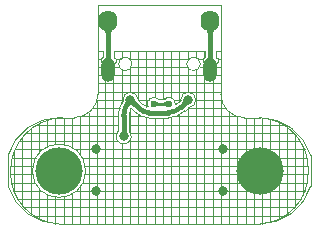
<source format=gbl>
G04*
G04 #@! TF.GenerationSoftware,Altium Limited,Altium Designer,21.3.2 (30)*
G04*
G04 Layer_Physical_Order=2*
G04 Layer_Color=16711680*
%FSLAX43Y43*%
%MOMM*%
G71*
G04*
G04 #@! TF.SameCoordinates,18D36F19-11BE-4002-80CD-DBD72E8668B0*
G04*
G04*
G04 #@! TF.FilePolarity,Positive*
G04*
G01*
G75*
%ADD10C,0.254*%
%ADD11C,0.100*%
%ADD26C,0.400*%
%ADD28C,4.000*%
%ADD29O,1.200X2.000*%
%ADD30O,1.600X1.800*%
%ADD31C,0.800*%
%ADD32C,0.600*%
%ADD33C,0.400*%
G36*
X108951Y111974D02*
X108954Y111952D01*
X108958Y111930D01*
X108965Y111908D01*
X108974Y111887D01*
X108985Y111866D01*
X108998Y111845D01*
X109013Y111824D01*
X109030Y111804D01*
X109050Y111783D01*
X108767Y111500D01*
X108746Y111520D01*
X108726Y111537D01*
X108705Y111552D01*
X108684Y111565D01*
X108663Y111576D01*
X108642Y111585D01*
X108620Y111592D01*
X108598Y111596D01*
X108576Y111599D01*
X108571Y111599D01*
X108563Y111598D01*
X108540Y111593D01*
X108519Y111585D01*
X108498Y111575D01*
X108479Y111563D01*
X108460Y111549D01*
X108443Y111532D01*
X108427Y111514D01*
X108412Y111493D01*
X108398Y111470D01*
X108086Y111730D01*
X108101Y111755D01*
X108125Y111804D01*
X108134Y111827D01*
X108141Y111850D01*
X108147Y111872D01*
X108151Y111894D01*
X108153Y111915D01*
X108154Y111935D01*
X108153Y111955D01*
X108570Y111616D01*
X108950Y111996D01*
X108951Y111974D01*
D02*
G37*
G36*
X106880Y115958D02*
X106882Y115844D01*
X106898Y115651D01*
X106912Y115573D01*
X106930Y115507D01*
X106951Y115453D01*
X106977Y115411D01*
X107007Y115381D01*
X107040Y115363D01*
X107078Y115357D01*
X106282D01*
X106320Y115363D01*
X106353Y115381D01*
X106383Y115411D01*
X106409Y115453D01*
X106430Y115507D01*
X106448Y115573D01*
X106462Y115651D01*
X106472Y115742D01*
X106480Y115958D01*
X106880D01*
D02*
G37*
G36*
X106480Y117343D02*
X106478Y117450D01*
X106462Y117631D01*
X106448Y117704D01*
X106430Y117767D01*
X106409Y117817D01*
X106383Y117857D01*
X106353Y117885D01*
X106319Y117902D01*
X106281Y117908D01*
X107079D01*
X107041Y117902D01*
X107007Y117885D01*
X106977Y117857D01*
X106951Y117817D01*
X106930Y117767D01*
X106912Y117704D01*
X106898Y117631D01*
X106888Y117546D01*
X106882Y117450D01*
X106880Y117343D01*
X106480D01*
D02*
G37*
G36*
X110916Y111547D02*
X110897Y111546D01*
X110878Y111543D01*
X110860Y111539D01*
X110842Y111534D01*
X110824Y111526D01*
X110806Y111517D01*
X110789Y111506D01*
X110772Y111494D01*
X110755Y111480D01*
X110738Y111464D01*
X110740Y111884D01*
X110756Y111868D01*
X110773Y111854D01*
X110790Y111842D01*
X110807Y111831D01*
X110825Y111822D01*
X110843Y111814D01*
X110861Y111808D01*
X110879Y111804D01*
X110898Y111802D01*
X110917Y111801D01*
X110916Y111547D01*
D02*
G37*
G36*
X111415Y111801D02*
X111434Y111802D01*
X111453Y111804D01*
X111471Y111808D01*
X111489Y111814D01*
X111507Y111821D01*
X111525Y111830D01*
X111542Y111841D01*
X111559Y111854D01*
X111576Y111868D01*
X111592Y111883D01*
X111591Y111463D01*
X111574Y111479D01*
X111558Y111493D01*
X111541Y111506D01*
X111523Y111517D01*
X111506Y111526D01*
X111488Y111533D01*
X111470Y111539D01*
X111451Y111543D01*
X111433Y111546D01*
X111413Y111547D01*
X111415Y111801D01*
D02*
G37*
G36*
X112950Y111783D02*
X112970Y111804D01*
X112987Y111824D01*
X113002Y111845D01*
X113015Y111866D01*
X113026Y111887D01*
X113035Y111908D01*
X113042Y111930D01*
X113046Y111952D01*
X113049Y111974D01*
X113050Y111996D01*
X113446Y111600D01*
X113424Y111599D01*
X113402Y111596D01*
X113380Y111592D01*
X113358Y111585D01*
X113337Y111576D01*
X113316Y111565D01*
X113295Y111552D01*
X113274Y111537D01*
X113254Y111520D01*
X113233Y111500D01*
X112950Y111783D01*
D02*
G37*
G36*
X115520Y115958D02*
X115522Y115844D01*
X115538Y115651D01*
X115552Y115573D01*
X115570Y115507D01*
X115591Y115453D01*
X115617Y115411D01*
X115647Y115381D01*
X115680Y115363D01*
X115718Y115357D01*
X114922D01*
X114960Y115363D01*
X114993Y115381D01*
X115023Y115411D01*
X115049Y115453D01*
X115070Y115507D01*
X115088Y115573D01*
X115102Y115651D01*
X115112Y115742D01*
X115120Y115958D01*
X115520D01*
D02*
G37*
G36*
X115120Y117343D02*
X115118Y117450D01*
X115102Y117631D01*
X115088Y117704D01*
X115070Y117767D01*
X115049Y117817D01*
X115023Y117857D01*
X114993Y117885D01*
X114959Y117902D01*
X114921Y117908D01*
X115719D01*
X115681Y117902D01*
X115647Y117885D01*
X115617Y117857D01*
X115591Y117817D01*
X115570Y117767D01*
X115552Y117704D01*
X115538Y117631D01*
X115528Y117546D01*
X115522Y117450D01*
X115520Y117343D01*
X115120D01*
D02*
G37*
D10*
X110526Y111674D02*
X111805D01*
X111806Y111672D01*
X110525Y111675D02*
X110526Y111674D01*
D11*
X114870Y114515D02*
G03*
X115770Y114515I450J0D01*
G01*
X114465Y115045D02*
G03*
X114465Y115045I-575J0D01*
G01*
D02*
G03*
X114465Y115045I-575J0D01*
G01*
X113477Y111351D02*
G03*
X114100Y112000I-27J649D01*
G01*
X116200Y112500D02*
G03*
X118200Y110500I2000J0D01*
G01*
X114100Y112000D02*
G03*
X112801Y112027I-650J0D01*
G01*
X123596Y105994D02*
G03*
X123601Y106199I-4301J205D01*
G01*
D02*
G03*
X119500Y110500I-4306J0D01*
G01*
X123601Y105795D02*
G03*
X123596Y105994I-4300J0D01*
G01*
X119500Y101500D02*
G03*
X123601Y105795I-199J4295D01*
G01*
X111700Y110475D02*
G03*
X113170Y111084I0J2080D01*
G01*
X112356Y111672D02*
G03*
X111438Y112082I-550J0D01*
G01*
X110896Y112081D02*
G03*
X110061Y111380I-371J-406D01*
G01*
X109200Y112000D02*
G03*
X109199Y112027I-650J0D01*
G01*
X112346Y111567D02*
G03*
X112533Y111719I-646J987D01*
G01*
X112346Y111567D02*
G03*
X112356Y111672I-540J105D01*
G01*
X109569Y111617D02*
G03*
X110061Y111380I586J588D01*
G01*
X108933Y110981D02*
G03*
X110155Y110475I1223J1224D01*
G01*
X108685Y115045D02*
G03*
X108685Y115045I-575J0D01*
G01*
D02*
G03*
X108685Y115045I-575J0D01*
G01*
X109199Y112027D02*
G03*
X107901Y111961I-649J-27D01*
G01*
X108597Y111312D02*
G03*
X108425Y110613I1340J-699D01*
G01*
X107858Y111835D02*
G03*
X107525Y110613I2079J-1222D01*
G01*
X108625Y108915D02*
G03*
X108454Y109355I-650J0D01*
G01*
X107497D02*
G03*
X108625Y108915I479J-440D01*
G01*
X106230Y114515D02*
G03*
X107130Y114515I450J0D01*
G01*
X103800Y110500D02*
G03*
X105800Y112500I0J2000D01*
G01*
X102800Y110500D02*
G03*
X98400Y105893I103J-4504D01*
G01*
X104750Y106000D02*
G03*
X104750Y106000I-2250J0D01*
G01*
X98400Y105893D02*
G03*
X102500Y101500I4309J-88D01*
G01*
X115924Y115506D02*
X115937Y115479D01*
X115910Y115520D02*
X115924Y115506D01*
X115927Y115500D02*
X116200D01*
X115873Y115553D02*
X115898Y115537D01*
X115910Y115520D01*
X115966Y115416D02*
X115967Y115386D01*
X115958Y115434D02*
X115966Y115416D01*
X115967Y115386D02*
X115973Y115357D01*
X115937Y115479D02*
X115954Y115454D01*
X115958Y115434D01*
X115775Y115963D02*
X115777Y115857D01*
X115770Y116164D02*
X116200D01*
X115777Y115857D02*
X115791Y115684D01*
X115770Y115985D02*
Y116164D01*
Y115985D02*
X115775Y115963D01*
X115832Y115581D02*
X115852Y115574D01*
X115816Y115592D02*
X115832Y115581D01*
X115852Y115574D02*
X115873Y115553D01*
X115791Y115684D02*
X115801Y115629D01*
X115810Y115593D01*
X115969Y115337D02*
X115970Y115316D01*
X115969Y115337D02*
X115973Y115357D01*
X115959Y115288D02*
X115970Y115316D01*
X115954Y115259D02*
X115959Y115288D01*
X115942Y115242D02*
X115954Y115259D01*
X115935Y115223D02*
X115942Y115242D01*
X115915Y115201D02*
X115935Y115223D01*
X115898Y115176D02*
X115915Y115201D01*
X115881Y115165D02*
X115898Y115176D01*
X115868Y115150D02*
X115881Y115165D01*
X115840Y115138D02*
X115868Y115150D01*
X115816Y115121D02*
X115840Y115138D01*
X115796Y115117D02*
X115816Y115121D01*
X115777Y115109D02*
X115796Y115117D01*
X114410Y114800D02*
X114870D01*
X115770D02*
X116200D01*
X115494Y114100D02*
X116200D01*
X114870Y114515D02*
Y115108D01*
X115770Y114515D02*
Y115108D01*
X114870Y115987D02*
Y116164D01*
X114865Y115967D02*
X114870Y115987D01*
X114858Y115760D02*
X114865Y115967D01*
X114850Y115688D02*
X114858Y115760D01*
X114839Y115629D02*
X114850Y115688D01*
X114830Y115593D02*
X114839Y115629D01*
X114807Y115581D02*
X114824Y115592D01*
X114788Y115574D02*
X114807Y115581D01*
X114800Y115578D02*
Y116164D01*
X114767Y115553D02*
X114788Y115574D01*
X114742Y115537D02*
X114767Y115553D01*
X114730Y115520D02*
X114742Y115537D01*
X114715Y115506D02*
X114730Y115520D01*
X114100Y115580D02*
Y116164D01*
X114241Y115500D02*
X114713D01*
X114703Y115479D02*
X114715Y115506D01*
X114686Y115454D02*
X114703Y115479D01*
X113400Y115346D02*
Y116164D01*
X114725Y115201D02*
X114742Y115176D01*
X114705Y115223D02*
X114725Y115201D01*
X114742Y115176D02*
X114759Y115165D01*
X114686Y115259D02*
X114698Y115242D01*
X114705Y115223D01*
X114824Y115121D02*
X114844Y115117D01*
X114800Y115138D02*
X114824Y115121D01*
X114844Y115117D02*
X114863Y115109D01*
X114759Y115165D02*
X114772Y115150D01*
X114800Y115138D01*
X114682Y115434D02*
X114686Y115454D01*
X114674Y115416D02*
X114682Y115434D01*
X114673Y115386D02*
X114674Y115416D01*
X114667Y115357D02*
X114673Y115386D01*
X114667Y115357D02*
X114671Y115337D01*
X114670Y115316D02*
X114681Y115288D01*
X114686Y115259D01*
X114670Y115316D02*
X114671Y115337D01*
X108630Y114800D02*
X113370D01*
X116200Y112500D02*
Y116164D01*
X114100Y112000D02*
X116263D01*
X113455Y111345D02*
X113477Y111351D01*
X113423Y111329D02*
X113431Y111335D01*
X115500Y101500D02*
Y114103D01*
X116200Y101500D02*
Y112472D01*
X114800Y101500D02*
Y115137D01*
X114100Y101500D02*
Y114510D01*
X113400Y112648D02*
Y114744D01*
X112795Y112005D02*
X112801Y112027D01*
X112248Y112000D02*
X112795D01*
X112779Y111973D02*
X112785Y111981D01*
X113408Y111315D02*
X113423Y111329D01*
X113390Y111304D02*
X113408Y111315D01*
X113400Y101500D02*
Y111310D01*
X112765Y111958D02*
X112779Y111973D01*
X113171Y111084D02*
X113390Y111304D01*
X122500Y102922D02*
Y109075D01*
X123200Y103983D02*
Y108014D01*
X121800Y102296D02*
Y109701D01*
X121100Y101890D02*
Y110108D01*
X119700Y101514D02*
Y110486D01*
X120400Y101638D02*
Y110361D01*
X118200Y110500D02*
X119500Y110500D01*
X112411Y110600D02*
X117575D01*
X108560Y109200D02*
X122383D01*
X113387Y111300D02*
X116600D01*
X118300Y101500D02*
Y110500D01*
X119000Y101500D02*
Y110500D01*
X116900Y101500D02*
Y110980D01*
X117600Y101500D02*
Y110592D01*
X112000Y112187D02*
Y116164D01*
X111417Y112068D02*
X111438Y112082D01*
X111406Y112058D02*
X111417Y112068D01*
X110917Y112067D02*
X110928Y112057D01*
X110930Y112055D02*
X110948Y112051D01*
X112700Y111887D02*
Y116164D01*
X111385Y112051D02*
X111403Y112055D01*
X111300Y112051D02*
Y116164D01*
X110948Y112051D02*
X111385D01*
X110896Y112081D02*
X110917Y112067D01*
X110600Y112220D02*
Y116164D01*
X109205Y112000D02*
X110081D01*
X109200Y112024D02*
Y116164D01*
X109199Y112027D02*
X109205Y112005D01*
X109900Y111415D02*
Y116164D01*
X109221Y111973D02*
X109235Y111958D01*
X109215Y111981D02*
X109221Y111973D01*
X112754Y111940D02*
X112765Y111958D01*
X112534Y111720D02*
X112754Y111940D01*
X110155Y110475D02*
X111700D01*
X112700Y101500D02*
Y110731D01*
X112000Y101500D02*
Y110497D01*
X111300Y101500D02*
Y110475D01*
X109900Y101500D02*
Y110494D01*
X110600Y101500D02*
Y110475D01*
X109246Y111940D02*
X109568Y111618D01*
X109235Y111958D02*
X109246Y111940D01*
X108598Y111315D02*
X108610Y111304D01*
X108597Y111312D02*
X108610Y111304D01*
X109200Y101500D02*
Y110763D01*
X108610Y111304D02*
X108932Y110982D01*
X108591Y111300D02*
X108613D01*
X107800Y115529D02*
Y116164D01*
X107287Y115500D02*
X107759D01*
X108461D02*
X113539D01*
X107258Y115537D02*
X107270Y115520D01*
X107285Y115506D01*
X108500Y115467D02*
Y116164D01*
X107285Y115506D02*
X107297Y115479D01*
X107314Y115454D01*
X107137Y115857D02*
X107151Y115684D01*
X107130Y116164D02*
X114870D01*
X107151Y115684D02*
X107161Y115629D01*
X107130Y115985D02*
X107135Y115963D01*
X107137Y115857D01*
X107212Y115574D02*
X107233Y115553D01*
X107193Y115581D02*
X107212Y115574D01*
X107233Y115553D02*
X107258Y115537D01*
X107161Y115629D02*
X107170Y115593D01*
X107176Y115592D02*
X107193Y115581D01*
X107327Y115386D02*
X107333Y115357D01*
X107326Y115416D02*
X107327Y115386D01*
X107329Y115337D02*
X107333Y115357D01*
X107314Y115454D02*
X107318Y115434D01*
X107326Y115416D01*
X107329Y115337D02*
X107330Y115316D01*
X107319Y115288D02*
X107330Y115316D01*
X107314Y115259D02*
X107319Y115288D01*
X107302Y115242D02*
X107314Y115259D01*
X107295Y115223D02*
X107302Y115242D01*
X107275Y115201D02*
X107295Y115223D01*
X107258Y115176D02*
X107275Y115201D01*
X107241Y115165D02*
X107258Y115176D01*
X107228Y115150D02*
X107241Y115165D01*
X107200Y115138D02*
X107228Y115150D01*
X107176Y115121D02*
X107200Y115138D01*
X107130Y114800D02*
X107590D01*
X106854Y114100D02*
X115146D01*
X107156Y115117D02*
X107176Y115121D01*
X107137Y115109D02*
X107156Y115117D01*
X107130Y115985D02*
Y116164D01*
X106230Y115987D02*
Y116164D01*
X106225Y115967D02*
X106230Y115987D01*
X106218Y115760D02*
X106225Y115967D01*
X106210Y115688D02*
X106218Y115760D01*
X106199Y115629D02*
X106210Y115688D01*
X106190Y115593D02*
X106199Y115629D01*
X106167Y115581D02*
X106184Y115592D01*
X106148Y115574D02*
X106167Y115581D01*
X106127Y115553D02*
X106148Y115574D01*
X106102Y115537D02*
X106127Y115553D01*
X105800Y116164D02*
X106230D01*
X106090Y115520D02*
X106102Y115537D01*
X106076Y115506D02*
X106090Y115520D01*
X105800Y115500D02*
X106073D01*
X106063Y115479D02*
X106076Y115506D01*
X106046Y115454D02*
X106063Y115479D01*
X106042Y115434D02*
X106046Y115454D01*
X106034Y115416D02*
X106042Y115434D01*
X106033Y115386D02*
X106034Y115416D01*
X106119Y115165D02*
X106132Y115150D01*
X106102Y115176D02*
X106119Y115165D01*
X106132Y115150D02*
X106160Y115138D01*
X106065Y115223D02*
X106085Y115201D01*
X106102Y115176D01*
X106230Y114515D02*
Y115108D01*
X106204Y115117D02*
X106223Y115109D01*
X107130Y114515D02*
Y115108D01*
X106160Y115138D02*
X106184Y115121D01*
X106204Y115117D01*
X106030Y115316D02*
X106041Y115288D01*
X106027Y115357D02*
X106033Y115386D01*
X106041Y115288D02*
X106046Y115259D01*
X106027Y115357D02*
X106031Y115337D01*
X106030Y115316D02*
X106031Y115337D01*
X105800Y114800D02*
X106230D01*
X105800Y114100D02*
X106506D01*
X106046Y115259D02*
X106058Y115242D01*
X106065Y115223D01*
X108500Y112648D02*
Y114623D01*
X107898Y111938D02*
X107901Y111961D01*
X107876Y111875D02*
X107891Y111907D01*
X108500Y109299D02*
Y111082D01*
X108425Y110600D02*
X109509D01*
X108425Y109900D02*
X121496D01*
X108425Y109450D02*
Y110613D01*
Y109450D02*
X108430Y109429D01*
X105800Y112700D02*
X116200D01*
X105800Y113400D02*
X116200D01*
X105737Y112000D02*
X107900D01*
X107865Y111857D02*
X107876Y111875D01*
X107858Y111835D02*
X107865Y111857D01*
X107800Y111731D02*
Y114561D01*
X105400Y111300D02*
X107625D01*
X107525Y109450D02*
Y110613D01*
X107521Y109429D02*
X107525Y109450D01*
X108442Y109375D02*
X108454Y109355D01*
X108476Y108500D02*
X122935D01*
X108430Y109429D02*
X108431Y109409D01*
X108432Y109399D01*
X104714Y106400D02*
X123597D01*
X104730Y105700D02*
X123600D01*
X108500Y101500D02*
Y108532D01*
X107800Y101500D02*
Y108289D01*
X104516Y105000D02*
X123527D01*
X104463Y107100D02*
X123506D01*
X103974Y104300D02*
X123333D01*
X103850Y107800D02*
X123292D01*
X99005Y103600D02*
X122998D01*
X99524Y102900D02*
X122480D01*
X100346Y102200D02*
X121660D01*
X102497Y101500D02*
X119504D01*
X102500Y101500D02*
X119500Y101500D01*
X107520Y109409D02*
X107521Y109429D01*
X104425Y110600D02*
X107525D01*
X107519Y109399D02*
X107520Y109409D01*
X105800Y112500D02*
Y116164D01*
X107100Y101500D02*
Y114354D01*
X106400Y101500D02*
Y114163D01*
X105700Y101500D02*
Y111876D01*
X105000Y101500D02*
Y110900D01*
X104300Y107350D02*
Y110564D01*
X102800Y110500D02*
X103800D01*
X100655Y109900D02*
X107525D01*
X102900Y108214D02*
Y110500D01*
X102200Y108230D02*
Y110446D01*
X103600Y107963D02*
Y110500D01*
X101500Y108016D02*
Y110277D01*
X100800Y107474D02*
Y109980D01*
X100100Y102374D02*
Y109523D01*
X107497Y109355D02*
X107509Y109375D01*
X99736Y109200D02*
X107391D01*
X99400Y103043D02*
Y108829D01*
X100800Y101940D02*
Y104526D01*
X104300Y101500D02*
Y104650D01*
X103600Y101500D02*
Y104037D01*
X102900Y101500D02*
Y103786D01*
X101500Y101668D02*
Y103984D01*
X102200Y101525D02*
Y103770D01*
X99158Y108500D02*
X107475D01*
X98775Y107800D02*
X101150D01*
X98536Y107100D02*
X100537D01*
X98417Y106400D02*
X100286D01*
X98400Y105700D02*
X100270D01*
X98670Y104300D02*
X101026D01*
X98700Y104221D02*
Y107617D01*
X98474Y105000D02*
X100484D01*
X102500Y110500D02*
G03*
X98200Y107327I0J-4500D01*
G01*
X119500Y101500D02*
G03*
X123800Y104673I0J4500D01*
G01*
Y107327D02*
G03*
X119500Y110500I-4300J-1327D01*
G01*
X98200Y104673D02*
G03*
X102500Y101500I4300J1327D01*
G01*
X116200Y112500D02*
G03*
X118200Y110500I2000J0D01*
G01*
X103800D02*
G03*
X105800Y112500I0J2000D01*
G01*
X118200Y110500D02*
X119500D01*
X123800Y104673D02*
Y107327D01*
X102500Y110500D02*
X103800D01*
X116200Y112500D02*
Y120000D01*
X102500Y101500D02*
X119500D01*
X98200Y104673D02*
Y107327D01*
X105800Y112500D02*
Y120000D01*
X116200D01*
D26*
X108550Y112000D02*
G03*
X107975Y110613I1387J-1387D01*
G01*
X111700Y110925D02*
G03*
X112852Y111402I0J1630D01*
G01*
X109251Y111299D02*
G03*
X110155Y110925I905J906D01*
G01*
X109250Y111300D02*
G03*
X109251Y111299I905J905D01*
G01*
X108550Y112000D02*
X109250Y111300D01*
X107975Y108915D02*
Y110613D01*
X110155Y110925D02*
X111700D01*
X112852Y111402D02*
X113450Y112000D01*
X115320Y114515D02*
Y118695D01*
X106680Y114515D02*
Y118695D01*
D28*
X119500Y106000D02*
D03*
X102500D02*
D03*
D29*
X106680Y114515D02*
D03*
X115320D02*
D03*
D30*
Y118695D02*
D03*
X106680D02*
D03*
D31*
X107975Y108915D02*
D03*
X108550Y112000D02*
D03*
X113450D02*
D03*
X116400Y107825D02*
D03*
Y104275D02*
D03*
X105600D02*
D03*
Y107825D02*
D03*
D32*
X111806Y111672D02*
D03*
X110525Y111675D02*
D03*
D33*
X112852Y111402D02*
D03*
M02*

</source>
